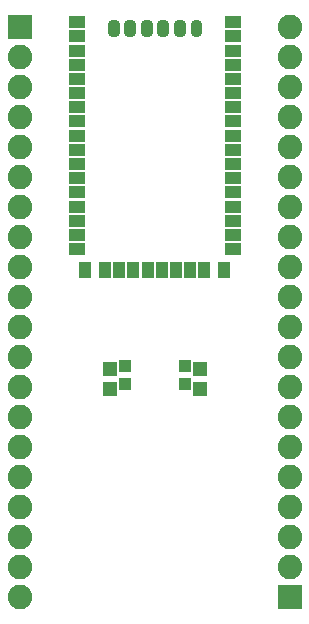
<source format=gts>
G75*
%MOIN*%
%OFA0B0*%
%FSLAX24Y24*%
%IPPOS*%
%LPD*%
%AMOC8*
5,1,8,0,0,1.08239X$1,22.5*
%
%ADD10R,0.0395X0.0395*%
%ADD11R,0.0474X0.0513*%
%ADD12R,0.0820X0.0820*%
%ADD13C,0.0820*%
%ADD14R,0.0552X0.0395*%
%ADD15R,0.0395X0.0552*%
%ADD16C,0.0296*%
D10*
X004160Y007805D03*
X004160Y008395D03*
X006160Y008395D03*
X006160Y007805D03*
D11*
X006660Y007615D03*
X006660Y008285D03*
X003660Y008285D03*
X003660Y007615D03*
D12*
X000660Y019700D03*
X009660Y000700D03*
D13*
X000660Y000700D03*
X000660Y001700D03*
X000660Y002700D03*
X000660Y003700D03*
X000660Y004700D03*
X000660Y005700D03*
X000660Y006700D03*
X000660Y007700D03*
X000660Y008700D03*
X000660Y009700D03*
X000660Y010700D03*
X000660Y011700D03*
X000660Y012700D03*
X000660Y013700D03*
X000660Y014700D03*
X000660Y015700D03*
X000660Y016700D03*
X000660Y017700D03*
X000660Y018700D03*
X009660Y018700D03*
X009660Y017700D03*
X009660Y016700D03*
X009660Y015700D03*
X009660Y014700D03*
X009660Y013700D03*
X009660Y012700D03*
X009660Y011700D03*
X009660Y010700D03*
X009660Y009700D03*
X009660Y008700D03*
X009660Y007700D03*
X009660Y006700D03*
X009660Y005700D03*
X009660Y004700D03*
X009660Y003700D03*
X009660Y002700D03*
X009660Y001700D03*
X009660Y019700D03*
D14*
X007758Y019852D03*
X007758Y019380D03*
X007758Y018907D03*
X007758Y018435D03*
X007758Y017962D03*
X007758Y017490D03*
X007758Y017017D03*
X007758Y016545D03*
X007758Y016072D03*
X007758Y015600D03*
X007758Y015128D03*
X007758Y014655D03*
X007758Y014183D03*
X007758Y013710D03*
X007758Y013238D03*
X007758Y012765D03*
X007758Y012293D03*
X002562Y012293D03*
X002562Y012765D03*
X002562Y013238D03*
X002562Y013710D03*
X002562Y014183D03*
X002562Y014655D03*
X002562Y015128D03*
X002562Y015600D03*
X002562Y016072D03*
X002562Y016545D03*
X002562Y017017D03*
X002562Y017490D03*
X002562Y017962D03*
X002562Y018435D03*
X002562Y018907D03*
X002562Y019380D03*
X002562Y019852D03*
D15*
X002837Y011584D03*
X003506Y011584D03*
X003979Y011584D03*
X004451Y011584D03*
X004924Y011584D03*
X005396Y011584D03*
X005869Y011584D03*
X006341Y011584D03*
X006814Y011584D03*
X007483Y011588D03*
D16*
X006587Y019527D02*
X006587Y019783D01*
X006587Y019527D02*
X006489Y019527D01*
X006489Y019783D01*
X006587Y019783D01*
X006036Y019783D02*
X006036Y019527D01*
X005938Y019527D01*
X005938Y019783D01*
X006036Y019783D01*
X005485Y019783D02*
X005485Y019527D01*
X005387Y019527D01*
X005387Y019783D01*
X005485Y019783D01*
X004933Y019783D02*
X004933Y019527D01*
X004835Y019527D01*
X004835Y019783D01*
X004933Y019783D01*
X004382Y019783D02*
X004382Y019527D01*
X004284Y019527D01*
X004284Y019783D01*
X004382Y019783D01*
X003831Y019783D02*
X003831Y019527D01*
X003733Y019527D01*
X003733Y019783D01*
X003831Y019783D01*
M02*

</source>
